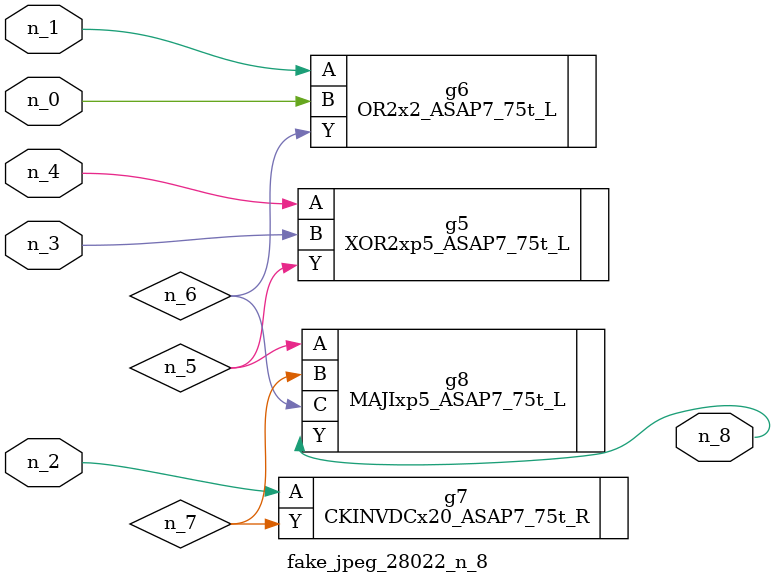
<source format=v>
module fake_jpeg_28022_n_8 (n_3, n_2, n_1, n_0, n_4, n_8);

input n_3;
input n_2;
input n_1;
input n_0;
input n_4;

output n_8;

wire n_6;
wire n_5;
wire n_7;

XOR2xp5_ASAP7_75t_L g5 ( 
.A(n_4),
.B(n_3),
.Y(n_5)
);

OR2x2_ASAP7_75t_L g6 ( 
.A(n_1),
.B(n_0),
.Y(n_6)
);

CKINVDCx20_ASAP7_75t_R g7 ( 
.A(n_2),
.Y(n_7)
);

MAJIxp5_ASAP7_75t_L g8 ( 
.A(n_5),
.B(n_7),
.C(n_6),
.Y(n_8)
);


endmodule
</source>
